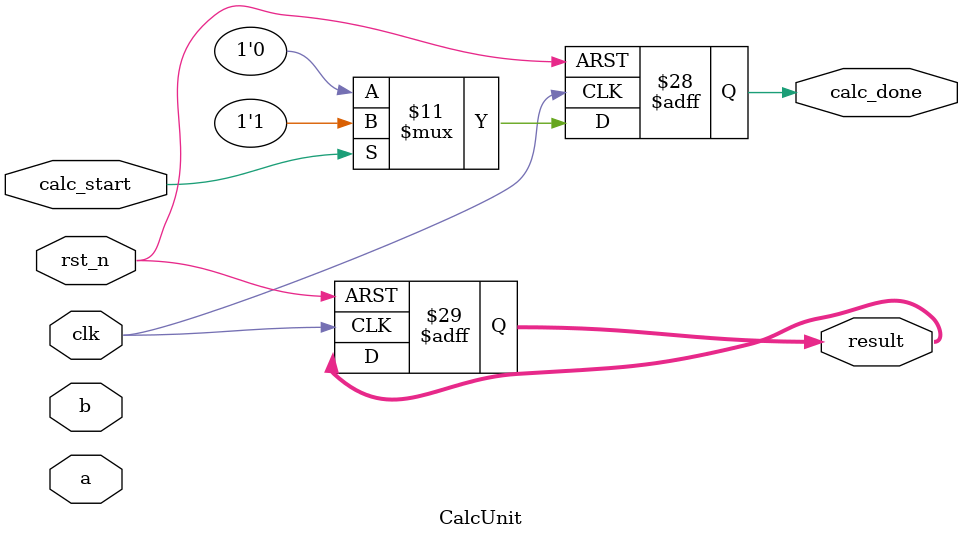
<source format=sv>
module PartialProduct(
    input clk,
    input rst_n,
    input valid,
    output reg ready,
    input [3:0] a,
    input [3:0] b,
    output reg [7:0] result,
    output reg result_valid
);

    // Control signals
    wire calc_start;
    wire calc_done;
    wire [7:0] calc_result;
    
    // Control FSM
    ControlFSM u_control_fsm(
        .clk(clk),
        .rst_n(rst_n),
        .valid(valid),
        .ready(ready),
        .calc_start(calc_start),
        .calc_done(calc_done)
    );
    
    // Calculation unit
    CalcUnit u_calc_unit(
        .clk(clk),
        .rst_n(rst_n),
        .calc_start(calc_start),
        .a(a),
        .b(b),
        .calc_done(calc_done),
        .result(calc_result)
    );
    
    // Output register
    always @(posedge clk or negedge rst_n) begin
        if (!rst_n) begin
            result <= 8'b0;
            result_valid <= 1'b0;
        end else if (calc_done) begin
            result <= calc_result;
            result_valid <= 1'b1;
        end else begin
            result_valid <= 1'b0;
        end
    end

endmodule

module ControlFSM(
    input clk,
    input rst_n,
    input valid,
    output reg ready,
    output reg calc_start,
    input calc_done
);

    reg [1:0] state;
    localparam IDLE = 2'b00;
    localparam CALC = 2'b01;
    localparam DONE = 2'b10;
    
    always @(posedge clk or negedge rst_n) begin
        if (!rst_n) begin
            state <= IDLE;
            ready <= 1'b1;
            calc_start <= 1'b0;
        end else begin
            case (state)
                IDLE: begin
                    if (valid && ready) begin
                        state <= CALC;
                        ready <= 1'b0;
                        calc_start <= 1'b1;
                    end
                end
                
                CALC: begin
                    calc_start <= 1'b0;
                    if (calc_done) begin
                        state <= DONE;
                    end
                end
                
                DONE: begin
                    ready <= 1'b1;
                    state <= IDLE;
                end
            endcase
        end
    end

endmodule

module CalcUnit(
    input clk,
    input rst_n,
    input calc_start,
    input [3:0] a,
    input [3:0] b,
    output reg calc_done,
    output reg [7:0] result
);

    reg [7:0] pp0, pp1, pp2, pp3;
    reg [7:0] result_reg;
    
    always @(posedge clk or negedge rst_n) begin
        if (!rst_n) begin
            calc_done <= 1'b0;
            result <= 8'b0;
            pp0 <= 8'b0;
            pp1 <= 8'b0;
            pp2 <= 8'b0;
            pp3 <= 8'b0;
        end else if (calc_start) begin
            pp0 <= b[0] ? {4'b0, a} : 0;
            pp1 <= b[1] ? {3'b0, a, 1'b0} : 0;
            pp2 <= b[2] ? {2'b0, a, 2'b0} : 0;
            pp3 <= b[3] ? {1'b0, a, 3'b0} : 0;
            result_reg <= pp0 + pp1 + pp2 + pp3;
            calc_done <= 1'b1;
        end else begin
            calc_done <= 1'b0;
        end
    end

endmodule
</source>
